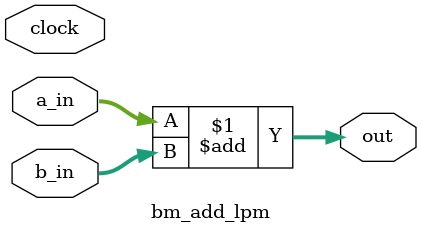
<source format=v>
`define BITS 2         // Bit width of the operands

module bm_add_lpm(clock,
		a_in,
		b_in,
		out);

// SIGNAL DECLARATIONS
input	clock;

input [`BITS-1:0] a_in;
input [`BITS-1:0] b_in;

output [`BITS-1:0] out;

wire [`BITS-1:0]    out;

// ASSIGN STATEMENTS
assign out = a_in + b_in;

endmodule

</source>
